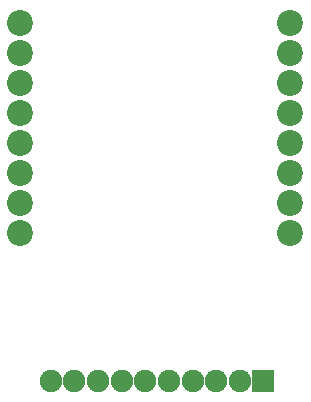
<source format=gbs>
G04 #@! TF.GenerationSoftware,KiCad,Pcbnew,(2017-09-19 revision dddaa7e69)-makepkg*
G04 #@! TF.CreationDate,2017-11-22T21:12:14+10:30*
G04 #@! TF.ProjectId,din_isolated_SPI,64696E5F69736F6C617465645F535049,rev?*
G04 #@! TF.SameCoordinates,Original*
G04 #@! TF.FileFunction,Soldermask,Bot*
G04 #@! TF.FilePolarity,Negative*
%FSLAX46Y46*%
G04 Gerber Fmt 4.6, Leading zero omitted, Abs format (unit mm)*
G04 Created by KiCad (PCBNEW (2017-09-19 revision dddaa7e69)-makepkg) date 11/22/17 21:12:14*
%MOMM*%
%LPD*%
G01*
G04 APERTURE LIST*
%ADD10C,1.900000*%
%ADD11R,1.900000X1.900000*%
%ADD12C,2.200000*%
G04 APERTURE END LIST*
D10*
X123732000Y-89789000D03*
X125732000Y-89789000D03*
X127732000Y-89789000D03*
X129732000Y-89789000D03*
X131732000Y-89789000D03*
X133732000Y-89789000D03*
X135732000Y-89789000D03*
X137732000Y-89789000D03*
X139732000Y-89789000D03*
D11*
X141732000Y-89789000D03*
D12*
X144018000Y-59436000D03*
X144018000Y-61976000D03*
X144018000Y-64516000D03*
X144018000Y-67056000D03*
X144018000Y-69596000D03*
X144018000Y-72136000D03*
X144018000Y-74676000D03*
X144018000Y-77216000D03*
X121158000Y-77216000D03*
X121158000Y-74676000D03*
X121158000Y-72136000D03*
X121158000Y-69596000D03*
X121158000Y-67056000D03*
X121158000Y-64516000D03*
X121158000Y-61976000D03*
X121158000Y-59436000D03*
M02*

</source>
